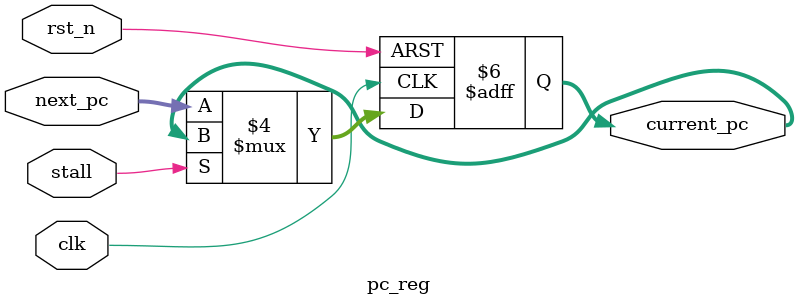
<source format=sv>
`timescale 1ns/1ns
module pc_reg (
    input  logic        clk,
    input  logic        rst_n,
    input  logic        stall,
    input  logic [31:0] next_pc,    // The next address to go to
    output logic [31:0] current_pc  // The current address (output to instruction memory)
);

    always_ff @(posedge clk or negedge rst_n) begin
        if (!rst_n) begin
            current_pc <= 32'b0;
        end else if (stall) begin
            current_pc <= current_pc;
        end else begin
            current_pc <= next_pc;
        end
    end

endmodule
</source>
